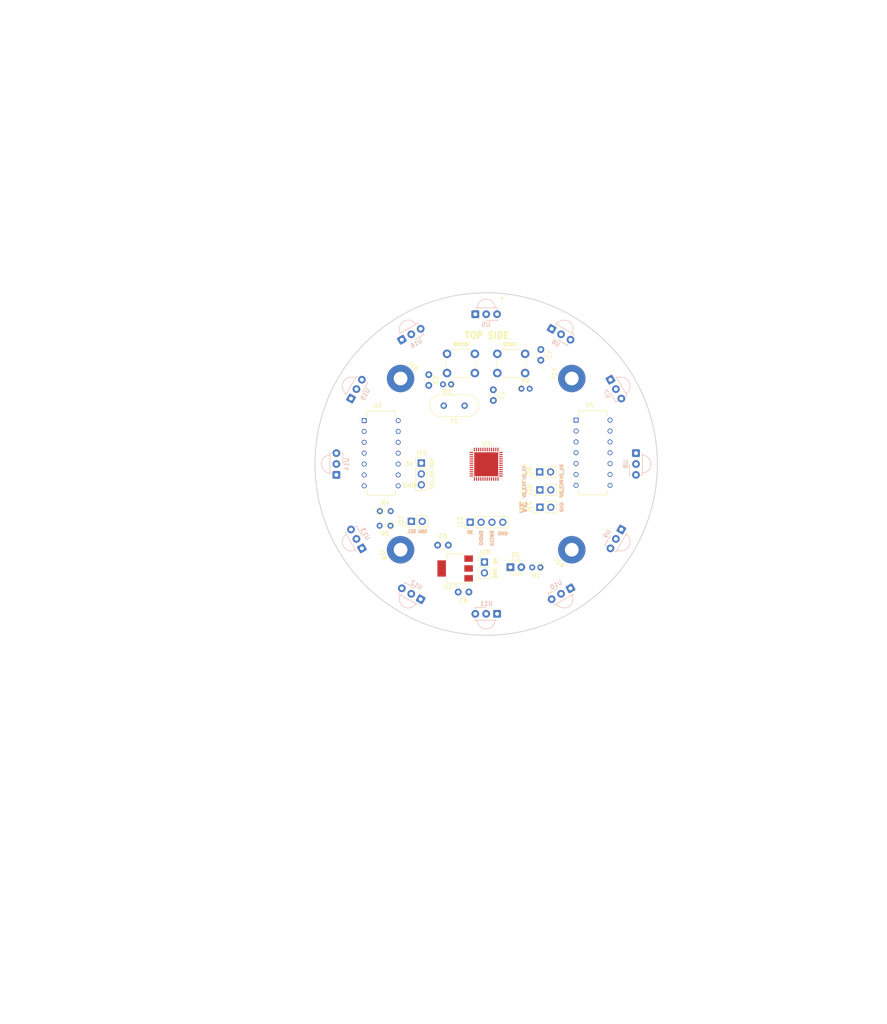
<source format=kicad_pcb>
(kicad_pcb (version 20221018) (generator pcbnew)
  (layers (0 "F.Cu" signal) (31 "B.Cu" signal) (34 "B.Paste" user) (35 "F.Paste" user) (36 "B.SilkS" user "B.Silkscreen") (37 "F.SilkS" user "F.Silkscreen") (38 "B.Mask" user) (39 "F.Mask" user) (44 "Edge.Cuts" user))
  (net 0 "")
  (net 1 "Net-(U3-PF0)")
  (net 2 "Net-(U3-PF1)")
  (net 3 "RESET")
  (net 4 "GND")
  (net 5 "+3.3V")
  (net 6 "OUT_GATE")
  (net 7 "Net-(J15-Pin_2)")
  (net 8 "Net-(U2-E)")
  (net 9 "Net-(D1-A)")
  (net 10 "I9")
  (net 11 "I10")
  (net 12 "I11")
  (net 13 "I12")
  (net 14 "TX")
  (net 15 "I1")
  (net 16 "BOOT0")
  (net 18 "RX")
  (net 19 "SCL")
  (net 20 "SDA")
  (net 21 "+5V")
  (net 22 "I2")
  (net 23 "I3")
  (net 24 "I4")
  (net 25 "I5")
  (net 26 "I6")
  (net 27 "I7")
  (net 28 "I8")
  (net 36 "LED0")
  (net 43 "SWDIO")
  (net 44 "SWCLK")
  (net 46 "TX3_5V")
  (net 47 "RX3_5V")
  (net 48 "TX_3V")
  (net 49 "RX_3V")
  (net 52 "Net-(U2-G)")
  (net 53 "Net-(U2-H)")
  (footprint "Resistor_THT:R_Axial_DIN0204_L3.6mm_D1.6mm_P2.54mm_Vertical" (layer "F.Cu") (at 79.248 111.404)
    (fp_text reference "R4" (at 1.27 -1.92) (layer "F.SilkS"))
    (fp_text value "4.7kR" hide)
    (fp_line (start 0.92 0) (end 1.54 0) (stroke (width 0.12)) (layer "F.SilkS"))
    (fp_circle (center 0 0) (end 0.92 0) (stroke (width 0.12)) (fill none) (layer "F.SilkS"))
    (pad "1" thru_hole circle (at 0 0) (size 1.4 1.4) (drill 0.7) (layers "*.Cu" "*.Mask") (net 5 "+3.3V"))
    (pad "2" thru_hole oval (at 2.54 0) (size 1.4 1.4) (drill 0.7) (layers "*.Cu" "*.Mask") (net 19 "SCL"))
  )
  (footprint "Connector_PinHeader_2.54mm:PinHeader_1x02_P2.54mm_Vertical" (layer "F.Cu") (at 116.661 110.494 90)
    (fp_text reference "J14" (at 0 -2.33 90) (layer "F.SilkS"))
    (fp_text value "Conn_01x02_Pin")
    (fp_line (start -1.33 -1.33) (end 0 -1.33) (stroke (width 0.12)) (layer "F.SilkS"))
    (fp_line (start -1.33 0) (end -1.33 -1.33) (stroke (width 0.12)) (layer "F.SilkS"))
    (fp_line (start -1.33 1.27) (end -1.33 3.87) (stroke (width 0.12)) (layer "F.SilkS"))
    (fp_line (start -1.33 1.27) (end 1.33 1.27) (stroke (width 0.12)) (layer "F.SilkS"))
    (fp_line (start -1.33 3.87) (end 1.33 3.87) (stroke (width 0.12)) (layer "F.SilkS"))
    (fp_line (start 1.33 1.27) (end 1.33 3.87) (stroke (width 0.12)) (layer "F.SilkS"))
    (pad "1" thru_hole rect (at 0 0 90) (size 1.7 1.7) (drill 1) (layers "*.Cu" "*.Mask") (net 5 "+3.3V"))
    (pad "2" thru_hole oval (at 0 2.54 90) (size 1.7 1.7) (drill 1) (layers "*.Cu" "*.Mask") (net 4 "GND"))
  )
  (footprint "Resistor_THT:R_Axial_DIN0204_L3.6mm_D1.6mm_P2.54mm_Vertical" (layer "F.Cu") (at 81.738 114.808 180)
    (fp_text reference "R5" (at 1.27 -1.92) (layer "F.SilkS"))
    (fp_text value "4.7kR")
    (fp_line (start 0.92 0) (end 1.54 0) (stroke (width 0.12)) (layer "F.SilkS"))
    (fp_circle (center 0 0) (end 0.92 0) (stroke (width 0.12)) (fill none) (layer "F.SilkS"))
    (pad "1" thru_hole circle (at 0 0 180) (size 1.4 1.4) (drill 0.7) (layers "*.Cu" "*.Mask") (net 20 "SDA"))
    (pad "2" thru_hole oval (at 2.54 0 180) (size 1.4 1.4) (drill 0.7) (layers "*.Cu" "*.Mask") (net 5 "+3.3V"))
  )
  (footprint "Connector_PinHeader_2.54mm:PinHeader_1x04_P2.54mm_Vertical" (layer "F.Cu") (at 100.36 114 90)
    (fp_text reference "J13" (at 0 -2.33 90) (layer "F.SilkS"))
    (fp_text value "Conn_01x04_Pin")
    (fp_line (start -1.33 -1.33) (end 0 -1.33) (stroke (width 0.12)) (layer "F.SilkS"))
    (fp_line (start -1.33 0) (end -1.33 -1.33) (stroke (width 0.12)) (layer "F.SilkS"))
    (fp_line (start -1.33 1.27) (end -1.33 8.95) (stroke (width 0.12)) (layer "F.SilkS"))
    (fp_line (start -1.33 1.27) (end 1.33 1.27) (stroke (width 0.12)) (layer "F.SilkS"))
    (fp_line (start -1.33 8.95) (end 1.33 8.95) (stroke (width 0.12)) (layer "F.SilkS"))
    (fp_line (start 1.33 1.27) (end 1.33 8.95) (stroke (width 0.12)) (layer "F.SilkS"))
    (pad "1" thru_hole rect (at 0 0 90) (size 1.7 1.7) (drill 1) (layers "*.Cu" "*.Mask") (net 5 "+3.3V"))
    (pad "2" thru_hole oval (at 0 2.54 90) (size 1.7 1.7) (drill 1) (layers "*.Cu" "*.Mask") (net 43 "SWDIO"))
    (pad "3" thru_hole oval (at 0 5.08 90) (size 1.7 1.7) (drill 1) (layers "*.Cu" "*.Mask") (net 44 "SWCLK"))
    (pad "4" thru_hole oval (at 0 7.62 90) (size 1.7 1.7) (drill 1) (layers "*.Cu" "*.Mask") (net 4 "GND"))
  )
  (footprint "Package_DFN_QFN:QFN-48-1EP_7x7mm_P0.5mm_EP5.6x5.6mm" (layer "F.Cu") (at 104.09 100.45)
    (fp_text reference "U3" (at 0 -4.82) (layer "F.SilkS"))
    (fp_text value "STM32G431CBUx")
    (fp_line (start -3.61 3.61) (end -3.61 3.135) (stroke (width 0.12)) (layer "F.SilkS"))
    (fp_line (start -3.135 -3.61) (end -3.61 -3.61) (stroke (width 0.12)) (layer "F.SilkS"))
    (fp_line (start -3.135 3.61) (end -3.61 3.61) (stroke (width 0.12)) (layer "F.SilkS"))
    (fp_line (start 3.135 -3.61) (end 3.61 -3.61) (stroke (width 0.12)) (layer "F.SilkS"))
    (fp_line (start 3.135 3.61) (end 3.61 3.61) (stroke (width 0.12)) (layer "F.SilkS"))
    (fp_line (start 3.61 -3.61) (end 3.61 -3.135) (stroke (width 0.12)) (layer "F.SilkS"))
    (fp_line (start 3.61 3.61) (end 3.61 3.135) (stroke (width 0.12)) (layer "F.SilkS"))
    (pad "1" smd roundrect (at -3.4375 -2.75) (size 0.875 0.25) (layers "F.Cu" "F.Paste" "F.Mask") (net 5 "+3.3V"))
    (pad "2" smd roundrect (at -3.4375 -2.25) (size 0.875 0.25) (layers "F.Cu" "F.Paste" "F.Mask") (net 36 "LED0"))
    (pad "3" smd roundrect (at -3.4375 -1.75) (size 0.875 0.25) (layers "F.Cu" "F.Paste" "F.Mask"))
    (pad "4" smd roundrect (at -3.4375 -1.25) (size 0.875 0.25) (layers "F.Cu" "F.Paste" "F.Mask"))
    (pad "5" smd roundrect (at -3.4375 -0.75) (size 0.875 0.25) (layers "F.Cu" "F.Paste" "F.Mask") (net 1 "Net-(U3-PF0)"))
    (pad "6" smd roundrect (at -3.4375 -0.25) (size 0.875 0.25) (layers "F.Cu" "F.Paste" "F.Mask") (net 2 "Net-(U3-PF1)"))
    (pad "7" smd roundrect (at -3.4375 0.25) (size 0.875 0.25) (layers "F.Cu" "F.Paste" "F.Mask") (net 3 "RESET"))
    (pad "8" smd roundrect (at -3.4375 0.75) (size 0.875 0.25) (layers "F.Cu" "F.Paste" "F.Mask"))
    (pad "9" smd roundrect (at -3.4375 1.25) (size 0.875 0.25) (layers "F.Cu" "F.Paste" "F.Mask"))
    (pad "10" smd roundrect (at -3.4375 1.75) (size 0.875 0.25) (layers "F.Cu" "F.Paste" "F.Mask") (net 14 "TX"))
    (pad "11" smd roundrect (at -3.4375 2.25) (size 0.875 0.25) (layers "F.Cu" "F.Paste" "F.Mask") (net 18 "RX"))
    (pad "12" smd roundrect (at -3.4375 2.75) (size 0.875 0.25) (layers "F.Cu" "F.Paste" "F.Mask"))
    (pad "13" smd roundrect (at -2.75 3.4375) (size 0.25 0.875) (layers "F.Cu" "F.Paste" "F.Mask"))
    (pad "14" smd roundrect (at -2.25 3.4375) (size 0.25 0.875) (layers "F.Cu" "F.Paste" "F.Mask"))
    (pad "15" smd roundrect (at -1.75 3.4375) (size 0.25 0.875) (layers "F.Cu" "F.Paste" "F.Mask"))
    (pad "16" smd roundrect (at -1.25 3.4375) (size 0.25 0.875) (layers "F.Cu" "F.Paste" "F.Mask"))
    (pad "17" smd roundrect (at -0.75 3.4375) (size 0.25 0.875) (layers "F.Cu" "F.Paste" "F.Mask") (net 15 "I1"))
    (pad "18" smd roundrect (at -0.25 3.4375) (size 0.25 0.875) (layers "F.Cu" "F.Paste" "F.Mask") (net 22 "I2"))
    (pad "19" smd roundrect (at 0.25 3.4375) (size 0.25 0.875) (layers "F.Cu" "F.Paste" "F.Mask") (net 23 "I3"))
    (pad "20" smd roundrect (at 0.75 3.4375) (size 0.25 0.875) (layers "F.Cu" "F.Paste" "F.Mask"))
    (pad "21" smd roundrect (at 1.25 3.4375) (size 0.25 0.875) (layers "F.Cu" "F.Paste" "F.Mask") (net 5 "+3.3V"))
    (pad "22" smd roundrect (at 1.75 3.4375) (size 0.25 0.875) (layers "F.Cu" "F.Paste" "F.Mask") (net 11 "I10"))
    (pad "23" smd roundrect (at 2.25 3.4375) (size 0.25 0.875) (layers "F.Cu" "F.Paste" "F.Mask") (net 5 "+3.3V"))
    (pad "24" smd roundrect (at 2.75 3.4375) (size 0.25 0.875) (layers "F.Cu" "F.Paste" "F.Mask") (net 12 "I11"))
    (pad "25" smd roundrect (at 3.4375 2.75) (size 0.875 0.25) (layers "F.Cu" "F.Paste" "F.Mask") (net 13 "I12"))
    (pad "26" smd roundrect (at 3.4375 2.25) (size 0.875 0.25) (layers "F.Cu" "F.Paste" "F.Mask"))
    (pad "27" smd roundrect (at 3.4375 1.75) (size 0.875 0.25) (layers "F.Cu" "F.Paste" "F.Mask"))
    (pad "28" smd roundrect (at 3.4375 1.25) (size 0.875 0.25) (layers "F.Cu" "F.Paste" "F.Mask"))
    (pad "29" smd roundrect (at 3.4375 0.75) (size 0.875 0.25) (layers "F.Cu" "F.Paste" "F.Mask") (net 6 "OUT_GATE"))
    (pad "30" smd roundrect (at 3.4375 0.25) (size 0.875 0.25) (layers "F.Cu" "F.Paste" "F.Mask") (net 20 "SDA"))
    (pad "31" smd roundrect (at 3.4375 -0.25) (size 0.875 0.25) (layers "F.Cu" "F.Paste" "F.Mask") (net 19 "SCL"))
    (pad "32" smd roundrect (at 3.4375 -0.75) (size 0.875 0.25) (layers "F.Cu" "F.Paste" "F.Mask"))
    (pad "33" smd roundrect (at 3.4375 -1.25) (size 0.875 0.25) (layers "F.Cu" "F.Paste" "F.Mask"))
    (pad "34" smd roundrect (at 3.4375 -1.75) (size 0.875 0.25) (layers "F.Cu" "F.Paste" "F.Mask"))
    (pad "35" smd roundrect (at 3.4375 -2.25) (size 0.875 0.25) (layers "F.Cu" "F.Paste" "F.Mask") (net 5 "+3.3V"))
    (pad "36" smd roundrect (at 3.4375 -2.75) (size 0.875 0.25) (layers "F.Cu" "F.Paste" "F.Mask") (net 43 "SWDIO"))
    (pad "37" smd roundrect (at 2.75 -3.4375) (size 0.25 0.875) (layers "F.Cu" "F.Paste" "F.Mask") (net 44 "SWCLK"))
    (pad "38" smd roundrect (at 2.25 -3.4375) (size 0.25 0.875) (layers "F.Cu" "F.Paste" "F.Mask"))
    (pad "39" smd roundrect (at 1.75 -3.4375) (size 0.25 0.875) (layers "F.Cu" "F.Paste" "F.Mask") (net 46 "TX3_5V"))
    (pad "40" smd roundrect (at 1.25 -3.4375) (size 0.25 0.875) (layers "F.Cu" "F.Paste" "F.Mask") (net 47 "RX3_5V"))
    (pad "41" smd roundrect (at 0.75 -3.4375) (size 0.25 0.875) (layers "F.Cu" "F.Paste" "F.Mask") (net 24 "I4"))
    (pad "42" smd roundrect (at 0.25 -3.4375) (size 0.25 0.875) (layers "F.Cu" "F.Paste" "F.Mask") (net 25 "I5"))
    (pad "43" smd roundrect (at -0.25 -3.4375) (size 0.25 0.875) (layers "F.Cu" "F.Paste" "F.Mask") (net 26 "I6"))
    (pad "44" smd roundrect (at -0.75 -3.4375) (size 0.25 0.875) (layers "F.Cu" "F.Paste" "F.Mask") (net 27 "I7"))
    (pad "45" smd roundrect (at -1.25 -3.4375) (size 0.25 0.875) (layers "F.Cu" "F.Paste" "F.Mask") (net 28 "I8"))
    (pad "46" smd roundrect (at -1.75 -3.4375) (size 0.25 0.875) (layers "F.Cu" "F.Paste" "F.Mask") (net 16 "BOOT0"))
    (pad "47" smd roundrect (at -2.25 -3.4375) (size 0.25 0.875) (layers "F.Cu" "F.Paste" "F.Mask") (net 10 "I9"))
    (pad "48" smd roundrect (at -2.75 -3.4375) (size 0.25 0.875) (layers "F.Cu" "F.Paste" "F.Mask") (net 5 "+3.3V"))
    (pad "49" smd rect (at 0 0) (size 5.6 5.6) (layers "F.Cu" "F.Mask") (net 4 "GND"))
  )
  (footprint "Capacitor_THT:C_Disc_D3.0mm_W1.6mm_P2.50mm" (layer "F.Cu") (at 90.678 79.522 -90)
    (fp_text reference "C2" (at 1.25 -1.778 -90) (layer "F.SilkS"))
    (fp_text value "10pF")
    (fp_line (start 0.621 -0.92) (end 1.879 -0.92) (stroke (width 0.12)) (layer "F.SilkS"))
    (fp_line (start 0.621 0.92) (end 1.879 0.92) (stroke (width 0.12)) (layer "F.SilkS"))
    (pad "1" thru_hole circle (at 0 0 270) (size 1.6 1.6) (drill 0.8) (layers "*.Cu" "*.Mask") (net 4 "GND"))
    (pad "2" thru_hole circle (at 2.5 0 270) (size 1.6 1.6) (drill 0.8) (layers "*.Cu" "*.Mask") (net 2 "Net-(U3-PF1)"))
  )
  (footprint "CD70xx:DIP794W45P254L1969H508Q14" (layer "F.Cu") (at 79.56 97.87)
    (fp_text reference "U2" (at -0.825 -11.135) (layer "F.SilkS"))
    (fp_text value "CD4012")
    (fp_line (start -3.3 -9.845) (end 3.3 -9.845) (stroke (width 0.127)) (layer "F.SilkS"))
    (fp_line (start -3.3 -8.525) (end -3.3 -9.845) (stroke (width 0.127)) (layer "F.SilkS"))
    (fp_line (start -3.3 9.845) (end -3.3 8.525) (stroke (width 0.127)) (layer "F.SilkS"))
    (fp_line (start 3.3 -9.845) (end 3.3 -8.525) (stroke (width 0.127)) (layer "F.SilkS"))
    (fp_line (start 3.3 8.525) (end 3.3 9.845) (stroke (width 0.127)) (layer "F.SilkS"))
    (fp_line (start 3.3 9.845) (end -3.3 9.845) (stroke (width 0.127)) (layer "F.SilkS"))
    (fp_circle (center -5.055 -7.62) (end -4.955 -7.62) (stroke (width 0.2)) (fill none) (layer "F.SilkS"))
    (pad "1" thru_hole rect (at -3.97 -7.62) (size 1.17 1.17) (drill 0.77) (layers "*.Cu" "*.Mask") (net 8 "Net-(U2-E)"))
    (pad "2" thru_hole circle (at -3.97 -5.08) (size 1.17 1.17) (drill 0.77) (layers "*.Cu" "*.Mask") (net 10 "I9"))
    (pad "3" thru_hole circle (at -3.97 -2.54) (size 1.17 1.17) (drill 0.77) (layers "*.Cu" "*.Mask") (net 11 "I10"))
    (pad "4" thru_hole circle (at -3.97 0) (size 1.17 1.17) (drill 0.77) (layers "*.Cu" "*.Mask") (net 12 "I11"))
    (pad "5" thru_hole circle (at -3.97 2.54) (size 1.17 1.17) (drill 0.77) (layers "*.Cu" "*.Mask") (net 13 "I12"))
    (pad "6" thru_hole circle (at -3.97 5.08) (size 1.17 1.17) (drill 0.77) (layers "*.Cu" "*.Mask"))
    (pad "7" thru_hole circle (at -3.97 7.62) (size 1.17 1.17) (drill 0.77) (layers "*.Cu" "*.Mask") (net 4 "GND"))
    (pad "8" thru_hole circle (at 3.97 7.62) (size 1.17 1.17) (drill 0.77) (layers "*.Cu" "*.Mask"))
    (pad "9" thru_hole circle (at 3.97 5.08) (size 1.17 1.17) (drill 0.77) (layers "*.Cu" "*.Mask") (net 8 "Net-(U2-E)"))
    (pad "10" thru_hole circle (at 3.97 2.54) (size 1.17 1.17) (drill 0.77) (layers "*.Cu" "*.Mask") (net 7 "Net-(J15-Pin_2)"))
    (pad "11" thru_hole circle (at 3.97 0) (size 1.17 1.17) (drill 0.77) (layers "*.Cu" "*.Mask") (net 52 "Net-(U2-G)"))
    (pad "12" thru_hole circle (at 3.97 -2.54) (size 1.17 1.17) (drill 0.77) (layers "*.Cu" "*.Mask") (net 53 "Net-(U2-H)"))
    (pad "13" thru_hole circle (at 3.97 -5.08) (size 1.17 1.17) (drill 0.77) (layers "*.Cu" "*.Mask") (net 6 "OUT_GATE"))
    (pad "14" thru_hole circle (at 3.97 -7.62) (size 1.17 1.17) (drill 0.77) (layers "*.Cu" "*.Mask") (net 5 "+3.3V"))
  )
  (footprint "Connector_PinHeader_2.54mm:PinHeader_1x02_P2.54mm_Vertical" (layer "F.Cu") (at 103.69 123.3)
    (fp_text reference "J28" (at 0 -2.33) (layer "F.SilkS"))
    (fp_text value "Conn_01x02_Pin")
    (fp_line (start -1.33 -1.33) (end 0 -1.33) (stroke (width 0.12)) (layer "F.SilkS"))
    (fp_line (start -1.33 0) (end -1.33 -1.33) (stroke (width 0.12)) (layer "F.SilkS"))
    (fp_line (start -1.33 1.27) (end -1.33 3.87) (stroke (width 0.12)) (layer "F.SilkS"))
    (fp_line (start -1.33 1.27) (end 1.33 1.27) (stroke (width 0.12)) (layer "F.SilkS"))
    (fp_line (start -1.33 3.87) (end 1.33 3.87) (stroke (width 0.12)) (layer "F.SilkS"))
    (fp_line (start 1.33 1.27) (end 1.33 3.87) (stroke (width 0.12)) (layer "F.SilkS"))
    (pad "1" thru_hole rect (at 0 0) (size 1.7 1.7) (drill 1) (layers "*.Cu" "*.Mask") (net 21 "+5V"))
    (pad "2" thru_hole oval (at 0 2.54) (size 1.7 1.7) (drill 1) (layers "*.Cu" "*.Mask") (net 4 "GND"))
  )
  (footprint "Capacitor_THT:C_Disc_D3.0mm_W1.6mm_P2.50mm" (layer "F.Cu") (at 105.756 83.052 -90)
    (fp_text reference "C1" (at 1.25 -2.05 -90) (layer "F.SilkS"))
    (fp_text value "10pF")
    (fp_line (start 0.621 -0.92) (end 1.879 -0.92) (stroke (width 0.12)) (layer "F.SilkS"))
    (fp_line (start 0.621 0.92) (end 1.879 0.92) (stroke (width 0.12)) (layer "F.SilkS"))
    (pad "1" thru_hole circle (at 0 0 270) (size 1.6 1.6) (drill 0.8) (layers "*.Cu" "*.Mask") (net 4 "GND"))
    (pad "2" thru_hole circle (at 2.5 0 270) (size 1.6 1.6) (drill 0.8) (layers "*.Cu" "*.Mask") (net 1 "Net-(U3-PF0)"))
  )
  (footprint "Package_TO_SOT_SMD:SOT-223-3_TabPin2" (layer "F.Cu") (at 96.84 124.8 180)
    (fp_text reference "U17" (at 1.082 -4.232) (layer "F.SilkS"))
    (fp_text value "AMS1117-3.3")
    (fp_line (start -4.1 -3.41) (end 1.91 -3.41) (stroke (width 0.12)) (layer "F.SilkS"))
    (fp_line (start -1.85 3.41) (end 1.91 3.41) (stroke (width 0.12)) (layer "F.SilkS"))
    (fp_line (start 1.91 -3.41) (end 1.91 -2.15) (stroke (width 0.12)) (layer "F.SilkS"))
    (fp_line (start 1.91 3.41) (end 1.91 2.15) (stroke (width 0.12)) (layer "F.SilkS"))
    (pad "1" smd rect (at -3.15 -2.3 180) (size 2 1.5) (layers "F.Cu" "F.Paste" "F.Mask") (net 4 "GND"))
    (pad "2" smd rect (at -3.15 0 180) (size 2 1.5) (layers "F.Cu" "F.Paste" "F.Mask") (net 5 "+3.3V"))
    (pad "2" smd rect (at 3.15 0 180) (size 2 3.8) (layers "F.Cu" "F.Paste" "F.Mask") (net 5 "+3.3V"))
    (pad "3" smd rect (at -3.15 2.3 180) (size 2 1.5) (layers "F.Cu" "F.Paste" "F.Mask") (net 21 "+5V"))
  )
  (footprint "Capacitor_THT:C_Disc_D3.0mm_W1.6mm_P2.50mm" (layer "F.Cu") (at 92.75 119.35)
    (fp_text reference "C5" (at 1.25 -2.05) (layer "F.SilkS"))
    (fp_text value "10uF")
    (fp_line (start 0.621 -0.92) (end 1.879 -0.92) (stroke (width 0.12)) (layer "F.SilkS"))
    (fp_line (start 0.621 0.92) (end 1.879 0.92) (stroke (width 0.12)) (layer "F.SilkS"))
    (pad "1" thru_hole circle (at 0 0) (size 1.6 1.6) (drill 0.8) (layers "*.Cu" "*.Mask") (net 4 "GND"))
    (pad "2" thru_hole circle (at 2.5 0) (size 1.6 1.6) (drill 0.8) (layers "*.Cu" "*.Mask") (net 21 "+5V"))
  )
  (footprint "Capacitor_THT:C_Disc_D3.0mm_W1.6mm_P2.50mm" (layer "F.Cu") (at 100.05 130.3 180)
    (fp_text reference "C6" (at 1.25 -2.05 180) (layer "F.SilkS"))
    (fp_text value "10uF")
    (fp_line (start 0.621 -0.92) (end 1.879 -0.92) (stroke (width 0.12)) (layer "F.SilkS"))
    (fp_line (start 0.621 0.92) (end 1.879 0.92) (stroke (width 0.12)) (layer "F.SilkS"))
    (pad "1" thru_hole circle (at 0 0 180) (size 1.6 1.6) (drill 0.8) (layers "*.Cu" "*.Mask") (net 4 "GND"))
    (pad "2" thru_hole circle (at 2.5 0 180) (size 1.6 1.6) (drill 0.8) (layers "*.Cu" "*.Mask") (net 5 "+3.3V"))
  )
  (footprint "Resistor_THT:R_Axial_DIN0204_L3.6mm_D1.6mm_P1.90mm_Vertical" (layer "F.Cu") (at 116.75 124.55 180)
    (fp_text reference "R1" (at 0.95 -1.92) (layer "F.SilkS"))
    (fp_text value "330R")
    (fp_arc (start 0.320095 0.749359) (mid -0.813042 -0.054435) (end 0.417133 -0.7) (stroke (width 0.12)) (layer "F.SilkS"))
    (pad "1" thru_hole circle (at 0 0 180) (size 1.4 1.4) (drill 0.7) (layers "*.Cu" "*.Mask") (net 5 "+3.3V"))
    (pad "2" thru_hole oval (at 1.9 0 180) (size 1.4 1.4) (drill 0.7) (layers "*.Cu" "*.Mask") (net 9 "Net-(D1-A)"))
  )
  (footprint "MountingHole:MountingHole_3.2mm_M3_Pad" (layer "F.Cu") (at 84.09 80.425 -45)
    (fp_text reference "J16" (at 0 -4.199999 135) (layer "F.SilkS"))
    (fp_text value "G")
    (pad "1" thru_hole circle (at 0 0 315) (size 6.4 6.4) (drill 3.2) (layers "*.Cu" "*.Mask"))
  )
  (footprint "Capacitor_THT:C_Disc_D3.0mm_W1.6mm_P2.50mm" (layer "F.Cu") (at 116.856 73.652 -90)
    (fp_text reference "C7" (at 1.25 -2.05 -90) (layer "F.SilkS"))
    (fp_text value "100nF")
    (fp_line (start 0.621 -0.92) (end 1.879 -0.92) (stroke (width 0.12)) (layer "F.SilkS"))
    (fp_line (start 0.621 0.92) (end 1.879 0.92) (stroke (width 0.12)) (layer "F.SilkS"))
    (pad "1" thru_hole circle (at 0 0 270) (size 1.6 1.6) (drill 0.8) (layers "*.Cu" "*.Mask") (net 4 "GND"))
    (pad "2" thru_hole circle (at 2.5 0 270) (size 1.6 1.6) (drill 0.8) (layers "*.Cu" "*.Mask") (net 3 "RESET"))
  )
  (footprint "Connector_PinHeader_2.54mm:PinHeader_1x02_P2.54mm_Vertical" (layer "F.Cu") (at 86.614 113.792 90)
    (fp_text reference "J27" (at 0 -2.33 90) (layer "F.SilkS"))
    (fp_text value "Conn_01x02_Pin")
    (fp_line (start -1.33 -1.33) (end 0 -1.33) (stroke (width 0.12)) (layer "F.SilkS"))
    (fp_line (start -1.33 0) (end -1.33 -1.33) (stroke (width 0.12)) (layer "F.SilkS"))
    (fp_line (start -1.33 1.27) (end -1.33 3.87) (stroke (width 0.12)) (layer "F.SilkS"))
    (fp_line (start -1.33 1.27) (end 1.33 1.27) (stroke (width 0.12)) (layer "F.SilkS"))
    (fp_line (start -1.33 3.87) (end 1.33 3.87) (stroke (width 0.12)) (layer "F.SilkS"))
    (fp_line (start 1.33 1.27) (end 1.33 3.87) (stroke (width 0.12)) (layer "F.SilkS"))
    (pad "1" thru_hole rect (at 0 0 90) (size 1.7 1.7) (drill 1) (layers "*.Cu" "*.Mask") (net 19 "SCL"))
    (pad "2" thru_hole oval (at 0 2.54 90) (size 1.7 1.7) (drill 1) (layers "*.Cu" "*.Mask") (net 20 "SDA"))
  )
  (footprint "MountingHole:MountingHole_3.2mm_M3_Pad" (layer "F.Cu") (at 124.09 80.425 75)
    (fp_text reference "J17" (at 0 -4.2 255) (layer "F.SilkS"))
    (fp_text value "G")
    (pad "1" thru_hole circle (at 0 0 75) (size 6.4 6.4) (drill 3.2) (layers "*.Cu" "*.Mask"))
  )
  (footprint "Resistor_THT:R_Axial_DIN0204_L3.6mm_D1.6mm_P1.90mm_Vertical" (layer "F.Cu") (at 112.346 82.802)
    (fp_text reference "R2" (at 0.95 -1.92) (layer "F.SilkS"))
    (fp_text value "10kR")
    (fp_arc (start 0.320095 0.749359) (mid -0.813042 -0.054435) (end 0.417133 -0.7) (stroke (width 0.12)) (layer "F.SilkS"))
    (pad "1" thru_hole circle (at 0 0) (size 1.4 1.4) (drill 0.7) (layers "*.Cu" "*.Mask") (net 5 "+3.3V"))
    (pad "2" thru_hole oval (at 1.9 0) (size 1.4 1.4) (drill 0.7) (layers "*.Cu" "*.Mask") (net 3 "RESET"))
  )
  (footprint "Button_Switch_THT:SW_PUSH_6mm" (layer "F.Cu") (at 101.446 79.152 180)
    (fp_text reference "SW2" hide)
    (fp_text value "SW_Push")
    (fp_line (start -0.25 1.5) (end -0.25 3) (stroke (width 0.12)) (layer "F.SilkS"))
    (fp_line (start 1 5.5) (end 5.5 5.5) (stroke (width 0.12)) (layer "F.SilkS"))
    (fp_line (start 5.5 -1) (end 1 -1) (stroke (width 0.12)) (layer "F.SilkS"))
    (fp_line (start 6.75 3) (end 6.75 1.5) (stroke (width 0.12)) (layer "F.SilkS"))
    (pad "1" thru_hole circle (at 0 0 270) (size 2 2) (drill 1.1) (layers "*.Cu" "*.Mask") (net 16 "BOOT0"))
    (pad "1" thru_hole circle (at 6.5 0 270) (size 2 2) (drill 1.1) (layers "*.Cu" "*.Mask") (net 16 "BOOT0"))
    (pad "2" thru_hole circle (at 0 4.5 270) (size 2 2) (drill 1.1) (layers "*.Cu" "*.Mask") (net 4 "GND"))
    (pad "2" thru_hole circle (at 6.5 4.5 270) (size 2 2) (drill 1.1) (layers "*.Cu" "*.Mask") (net 4 "GND"))
  )
  (footprint "Connector_PinHeader_2.54mm:PinHeader_1x02_P2.54mm_Vertical" (layer "F.Cu") (at 116.646 106.444 90)
    (fp_text reference "J20" (at 0 -2.33 90) (layer "F.SilkS"))
    (fp_text value "Conn_01x02_Pin")
    (fp_line (start -1.33 -1.33) (end 0 -1.33) (stroke (width 0.12)) (layer "F.SilkS"))
    (fp_line (start -1.33 0) (end -1.33 -1.33) (stroke (width 0.12)) (layer "F.SilkS"))
    (fp_line (start -1.33 1.27) (end -1.33 3.87) (stroke (width 0.12)) (layer "F.SilkS"))
    (fp_line (start -1.33 1.27) (end 1.33 1.27) (stroke (width 0.12)) (layer "F.SilkS"))
    (fp_line (start -1.33 3.87) (end 1.33 3.87) (stroke (width 0.12)) (layer "F.SilkS"))
    (fp_line (start 1.33 1.27) (end 1.33 3.87) (stroke (width 0.12)) (layer "F.SilkS"))
    (pad "1" thru_hole rect (at 0 0 90) (size 1.7 1.7) (drill 1) (layers "*.Cu" "*.Mask") (net 46 "TX3_5V"))
    (pad "2" thru_hole oval (at 0 2.54 90) (size 1.7 1.7) (drill 1) (layers "*.Cu" "*.Mask") (net 47 "RX3_5V"))
  )
  (footprint "MountingHole:MountingHole_3.2mm_M3_Pad" (layer "F.Cu") (at 124.09 120.425 135)
    (fp_text reference "J19" (at 0 -4.199999 315) (layer "F.SilkS"))
    (fp_text value "G")
    (pad "1" thru_hole circle (at 0 0 135) (size 6.4 6.4) (drill 3.2) (layers "*.Cu" "*.Mask"))
  )
  (footprint "Connector_PinHeader_2.54mm:PinHeader_1x03_P2.54mm_Vertical" (layer "F.Cu") (at 88.94 100.17)
    (fp_text reference "J15" (at 0 -2.33) (layer "F.SilkS"))
    (fp_text value "SEL_VOLTAGE" (at 2.5 2.446 90) (layer "F.SilkS") (effects (font (size 0.75 0.75))))
    (fp_line (start -1.33 -1.33) (end 0 -1.33) (stroke (width 0.12)) (layer "F.SilkS"))
    (fp_line (start -1.33 0) (end -1.33 -1.33) (stroke (width 0.12)) (layer "F.SilkS"))
    (fp_line (start -1.33 1.27) (end -1.33 6.41) (stroke (width 0.12)) (layer "F.SilkS"))
    (fp_line (start -1.33 1.27) (end 1.33 1.27) (stroke (width 0.12)) (layer "F.SilkS"))
    (fp_line (start -1.33 6.41) (end 1.33 6.41) (stroke (width 0.12)) (layer "F.SilkS"))
    (fp_line (start 1.33 1.27) (end 1.33 6.41) (stroke (width 0.12)) (layer "F.SilkS"))
    (pad "1" thru_hole rect (at 0 0) (size 1.7 1.7) (drill 1) (layers "*.Cu" "*.Mask") (net 5 "+3.3V"))
    (pad "2" thru_hole oval (at 0 2.54) (size 1.7 1.7) (drill 1) (layers "*.Cu" "*.Mask") (net 7 "Net-(J15-Pin_2)"))
    (pad "3" thru_hole oval (at 0 5.08) (size 1.7 1.7) (drill 1) (layers "*.Cu" "*.Mask") (net 4 "GND"))
  )
  (footprint "Crystal:Crystal_HC49-4H_Vertical" (layer "F.Cu") (at 99.058 86.774 180)
    (fp_text reference "Y1" (at 2.44 -3.525) (layer "F.SilkS"))
    (fp_text value "Crystal")
    (fp_line (start -0.76 -2.525) (end 5.64 -2.525) (stroke (width 0.12)) (layer "F.SilkS"))
    (fp_line (start -0.76 2.525) (end 5.64 2.525) (stroke (width 0.12)) (layer "F.SilkS"))
    (fp_arc (start -0.76 2.525) (mid -3.285 0) (end -0.76 -2.525) (stroke (width 0.12)) (layer "F.SilkS"))
    (fp_arc (start 5.64 -2.525) (mid 8.165 0) (end 5.64 2.525) (stroke (width 0.12)) (layer "F.SilkS"))
    (pad "1" thru_hole circle (at 0 0 180) (size 1.5 1.5) (drill 0.8) (layers "*.Cu" "*.Mask") (net 1 "Net-(U3-PF0)"))
    (pad "2" thru_hole circle (at 4.88 0 180) (size 1.5 1.5) (drill 0.8) (layers "*.Cu" "*.Mask") (net 2 "Net-(U3-PF1)"))
  )
  (footprint "LED_THT:LED_D3.0mm" (layer "F.Cu") (at 109.755 124.5)
    (fp_text reference "D1" (at 1.27 -2.96) (layer "F.SilkS"))
    (fp_text value "LED")
    (fp_line (start -0.29 -1.236) (end -0.29 -1.08) (stroke (width 0.12)) (layer "F.SilkS"))
    (fp_line (start -0.29 1.08) (end -0.29 1.236) (stroke (width 0.12)) (layer "F.SilkS"))
    (fp_arc (start -0.29 -1.235516) (mid 1.366487 -1.987659) (end 2.942335 -1.078608) (stroke (width 0.12)) (layer "F.SilkS"))
    (fp_arc (start 0.229039 -1.08) (mid 1.270117 -1.5) (end 2.31113 -1.079837) (stroke (width 0.12)) (layer "F.SilkS"))
    (fp_arc (start 2.31113 1.079837) (mid 1.270117 1.5) (end 0.229039 1.08) (stroke (width 0.12)) (layer "F.SilkS"))
    (fp_arc (start 2.942335 1.078608) (mid 1.366487 1.987659) (end -0.29 1.235516) (stroke (width 0.12)) (layer "F.SilkS"))
    (pad "1" thru_hole rect (at 0 0) (size 1.8 1.8) (drill 0.9) (layers "*.Cu" "*.Mask") (net 4 "GND"))
    (pad "2" thru_hole circle (at 2.54 0) (size 1.8 1.8) (drill 0.9) (layers "*.Cu" "*.Mask") (net 9 "Net-(D1-A)"))
  )
  (footprint "MountingHole:MountingHole_3.2mm_M3_Pad" (layer "F.Cu") (at 84.09 120.425 105)
    (fp_text reference "J18" (at 0.000001 -4.199999 285) (layer "F.SilkS"))
    (fp_text value "G")
    (pad "1" thru_hole circle (at 0 0 105) (size 6.4 6.4) (drill 3.2) (layers "*.Cu" "*.Mask"))
  )
  (footprint "CD70xx:DIP794W45P254L1969H508Q14" (layer "F.Cu") (at 129.06 97.77)
    (fp_text reference "U4" (at -0.825 -11.135) (layer "F.SilkS"))
    (fp_text value "CD4012B")
    (fp_line (start -3.3 -9.845) (end 3.3 -9.845) (stroke (width 0.127)) (layer "F.SilkS"))
    (fp_line (start -3.3 -8.525) (end -3.3 -9.845) (stroke (width 0.127)) (layer "F.SilkS"))
    (fp_line (start -3.3 9.845) (end -3.3 8.525) (stroke (width 0.127)) (layer "F.SilkS"))
    (fp_line (start 3.3 -9.845) (end 3.3 -8.525) (stroke (width 0.127)) (layer "F.SilkS"))
    (fp_line (start 3.3 8.525) (end 3.3 9.845) (stroke (width 0.127)) (layer "F.SilkS"))
    (fp_line (start 3.3 9.845) (end -3.3 9.845) (stroke (width 0.127)) (layer "F.SilkS"))
    (fp_circle (center -5.055 -7.62) (end -4.955 -7.62) (stroke (width 0.2)) (fill none) (layer "F.SilkS"))
    (pad "1" thru_hole rect (at -3.97 -7.62) (size 1.17 1.17) (drill 0.77) (layers "*.Cu" "*.Mask") (net 52 "Net-(U2-G)"))
    (pad "2" thru_hole circle (at -3.97 -5.08) (size 1.17 1.17) (drill 0.77) (layers "*.Cu" "*.Mask") (net 15 "I1"))
    (pad "3" thru_hole circle (at -3.97 -2.54) (size 1.17 1.17) (drill 0.77) (layers "*.Cu" "*.Mask") (net 22 "I2"))
    (pad "4" thru_hole circle (at -3.97 0) (size 1.17 1.17) (drill 0.77) (layers "*.Cu" "*.Mask") (net 23 "I3"))
    (pad "5" thru_hole circle (at -3.97 2.54) (size 1.17 1.17) (drill 0.77) (layers "*.Cu" "*.Mask") (net 24 "I4"))
    (pad "6" thru_hole circle (at -3.97 5.08) (size 1.17 1.17) (drill 0.77) (layers "*.Cu" "*.Mask"))
    (pad "7" thru_hole circle (at -3.97 7.62) (size 1.17 1.17) (drill 0.77) (layers "*.Cu" "*.Mask") (net 4 "GND"))
    (pad "8" thru_hole circle (at 3.97 7.62) (size 1.17 1.17) (drill 0.77) (layers "*.Cu" "*.Mask"))
    (pad "9" thru_hole circle (at 3.97 5.08) (size 1.17 1.17) (drill 0.77) (layers "*.Cu" "*.Mask") (net 25 "I5"))
    (pad "10" thru_hole circle (at 3.97 2.54) (size 1.17 1.17) (drill 0.77) (layers "*.Cu" "*.Mask") (net 26 "I6"))
    (pad "11" thru_hole circle (at 3.97 0) (size 1.17 1.17) (drill 0.77) (layers "*.Cu" "*.Mask") (net 27 "I7"))
    (pad "12" thru_hole circle (at 3.97 -2.54) (size 1.17 1.17) (drill 0.77) (layers "*.Cu" "*.Mask") (net 28 "I8"))
    (pad "13" thru_hole circle (at 3.97 -5.08) (size 1.17 1.17) (drill 0.77) (layers "*.Cu" "*.Mask") (net 53 "Net-(U2-H)"))
    (pad "14" thru_hole circle (at 3.97 -7.62) (size 1.17 1.17) (drill 0.77) (layers "*.Cu" "*.Mask") (net 5 "+3.3V"))
  )
  (footprint "Connector_PinHeader_2.54mm:PinHeader_1x02_P2.54mm_Vertical" (layer "F.Cu") (at 116.596 102.244 90)
    (fp_text reference "J26" (at 0 -2.33 90) (layer "F.SilkS"))
    (fp_text value "Conn_01x02_Pin")
    (fp_line (start -1.33 -1.33) (end 0 -1.33) (stroke (width 0.12)) (layer "F.SilkS"))
    (fp_line (start -1.33 0) (end -1.33 -1.33) (stroke (width 0.12)) (layer "F.SilkS"))
    (fp_line (start -1.33 1.27) (end -1.33 3.87) (stroke (width 0.12)) (layer "F.SilkS"))
    (fp_line (start -1.33 1.27) (end 1.33 1.27) (stroke (width 0.12)) (layer "F.SilkS"))
    (fp_line (start -1.33 3.87) (end 1.33 3.87) (stroke (width 0.12)) (layer "F.SilkS"))
    (fp_line (start 1.33 1.27) (end 1.33 3.87) (stroke (width 0.12)) (layer "F.SilkS"))
    (pad "1" thru_hole rect (at 0 0 90) (size 1.7 1.7) (drill 1) (layers "*.Cu" "*.Mask") (net 48 "TX_3V"))
    (pad "2" thru_hole oval (at 0 2.54 90) (size 1.7 1.7) (drill 1) (layers "*.Cu" "*.Mask") (net 49 "RX_3V"))
  )
  (footprint "Button_Switch_THT:SW_PUSH_6mm" (layer "F.Cu") (at 113.196 79.152 180)
    (fp_text reference "SW1" hide)
    (fp_text value "SW_Push")
    (fp_line (start -0.25 1.5) (end -0.25 3) (stroke (width 0.12)) (layer "F.SilkS"))
    (fp_line (start 1 5.5) (end 5.5 5.5) (stroke (width 0.12)) (layer "F.SilkS"))
    (fp_line (start 5.5 -1) (end 1 -1) (stroke (width 0.12)) (layer "F.SilkS"))
    (fp_line (start 6.75 3) (end 6.75 1.5) (stroke (width 0.12)) (layer "F.SilkS"))
    (pad "1" thru_hole circle (at 0 0 270) (size 2 2) (drill 1.1) (layers "*.Cu" "*.Mask") (net 3 "RESET"))
    (pad "1" thru_hole circle (at 6.5 0 270) (size 2 2) (drill 1.1) (layers "*.Cu" "*.Mask") (net 3 "RESET"))
    (pad "2" thru_hole circle (at 0 4.5 270) (size 2 2) (drill 1.1) (layers "*.Cu" "*.Mask") (net 4 "GND"))
    (pad "2" thru_hole circle (at 6.5 4.5 270) (size 2 2) (drill 1.1) (layers "*.Cu" "*.Mask") (net 4 "GND"))
  )
  (footprint "Resistor_THT:R_Axial_DIN0204_L3.6mm_D1.6mm_P1.90mm_Vertical" (layer "F.Cu") (at 95.896 81.788 180)
    (fp_text reference "R3" (at 0.95 -1.778 180) (layer "F.SilkS"))
    (fp_text value "10kR")
    (fp_arc (start 0.320095 0.749359) (mid -0.813042 -0.054435) (end 0.417133 -0.7) (stroke (width 0.12)) (layer "F.SilkS"))
    (pad "1" thru_hole circle (at 0 0 180) (size 1.4 1.4) (drill 0.7) (layers "*.Cu" "*.Mask") (net 5 "+3.3V"))
    (pad "2" thru_hole oval (at 1.9 0 180) (size 1.4 1.4) (drill 0.7) (layers "*.Cu" "*.Mask") (net 16 "BOOT0"))
  )
  (footprint "Vishay:Vishay_MINICAST-3Pin" (layer "B.Cu") (at 86.59 70.0891 30)
    (fp_text reference "U16" (at -0.04 2.4 30) (layer "B.SilkS") (effects (justify mirror)))
    (fp_text value "TSSP4038")
    (fp_line (start 2.6 -1.5) (end -2.49 -1.5) (stroke (width 0.12)) (layer "B.SilkS"))
    (fp_line (start 2.6 -1.16) (end 2.6 -1.5) (stroke (width 0.12)) (layer "B.SilkS"))
    (fp_line (start 2.6 1.16) (end 2.6 1.51) (stroke (width 0.12)) (layer "B.SilkS"))
    (fp_line (start 2.6 1.51) (end 0 1.51) (stroke (width 0.12)) (layer "B.SilkS"))
    (fp_arc (start -2.099917 -1.501736) (mid 0.000869 -3.502379) (end 2.1 -1.5) (stroke (width 0.12)) (layer "B.SilkS"))
    (pad "1" thru_hole roundrect (at -2.54 0 30) (size 1.8 1.8) (drill 0.9) (layers "*.Cu" "*.Mask") (roundrect_rratio 0.139) (net 13 "I12"))
    (pad "2" thru_hole circle (at 0 0 30) (size 1.8 1.8) (drill 0.9) (layers "*.Cu" "*.Mask") (net 4 "GND"))
    (pad "3" thru_hole circle (at 2.54 0 30) (size 1.8 1.8) (drill 0.9) (layers "*.Cu" "*.Mask") (net 5 "+3.3V"))
  )
  (footprint "Vishay:Vishay_MINICAST-3Pin" (layer "B.Cu") (at 121.59 130.7109 -150)
    (fp_text reference "U10" (at -0.04 2.4 30) (layer "B.SilkS") (effects (justify mirror)))
    (fp_text value "TSSP4038")
    (fp_line (start 2.6 -1.5) (end -2.49 -1.5) (stroke (width 0.12)) (layer "B.SilkS"))
    (fp_line (start 2.6 -1.16) (end 2.6 -1.5) (stroke (width 0.12)) (layer "B.SilkS"))
    (fp_line (start 2.6 1.16) (end 2.6 1.51) (stroke (width 0.12)) (layer "B.SilkS"))
    (fp_line (start 2.6 1.51) (end 0 1.51) (stroke (width 0.12)) (layer "B.SilkS"))
    (fp_arc (start -2.099917 -1.501736) (mid 0.00087 -3.502379) (end 2.1 -1.5) (stroke (width 0.12)) (layer "B.SilkS"))
    (pad "1" thru_hole roundrect (at -2.54 0 210) (size 1.8 1.8) (drill 0.9) (layers "*.Cu" "*.Mask") (roundrect_rratio 0.139) (net 26 "I6"))
    (pad "2" thru_hole circle (at 0 0 210) (size 1.8 1.8) (drill 0.9) (layers "*.Cu" "*.Mask") (net 4 "GND"))
    (pad "3" thru_hole circle (at 2.54 0 210) (size 1.8 1.8) (drill 0.9) (layers "*.Cu" "*.Mask") (net 5 "+3.3V"))
  )
  (footprint "Vishay:Vishay_MINICAST-3Pin" (layer "B.Cu") (at 121.59 70.0891 -30)
    (fp_text reference "U6" (at -0.040001 2.400001 150) (layer "B.SilkS") (effects (justify mirror)))
    (fp_text value "TSSP4038")
    (fp_line (start 2.6 -1.5) (end -2.49 -1.5) (stroke (width 0.12)) (layer "B.SilkS"))
    (fp_line (start 2.6 -1.16) (end 2.6 -1.5) (stroke (width 0.12)) (layer "B.SilkS"))
    (fp_line (start 2.6 1.16) (end 2.6 1.51) (stroke (width 0.12)) (layer "B.SilkS"))
    (fp_line (start 2.6 1.51) (end 0 1.51) (stroke (width 0.12)) (layer "B.SilkS"))
    (fp_arc (start -2.099917 -1.501736) (mid 0.00087 -3.502379) (end 2.1 -1.5) (stroke (width 0.12)) (layer "B.SilkS"))
    (pad "1" thru_hole roundrect (at -2.54 0 330) (size 1.8 1.8) (drill 0.9) (layers "*.Cu" "*.Mask") (roundrect_rratio 0.139) (net 22 "I2"))
    (pad "2" thru_hole circle (at 0 0 330) (size 1.8 1.8) (drill 0.9) (layers "*.Cu" "*.Mask") (net 4 "GND"))
    (pad "3" thru_hole circle (at 2.54 0 330) (size 1.8 1.8) (drill 0.9) (layers "*.Cu" "*.Mask") (net 5 "+3.3V"))
  )
  (footprint "Vishay:Vishay_MINICAST-3Pin" (layer "B.Cu") (at 139.09 100.4 -90)
    (fp_text reference "U8" (at -0.04 2.4 90) (layer "B.SilkS") (effects (justify mirror)))
    (fp_text value "TSSP4038")
    (fp_line (start 2.6 -1.5) (end -2.49 -1.5) (stroke (width 0.12)) (layer "B.SilkS"))
    (fp_line (start 2.6 -1.16) (end 2.6 -1.5) (stroke (width 0.12)) (layer "B.SilkS"))
    (fp_line (start 2.6 1.16) (end 2.6 1.51) (stroke (width 0.12)) (layer "B.SilkS"))
    (fp_line (start 2.6 1.51) (end 0 1.51) (stroke (width 0.12)) (layer "B.SilkS"))
    (fp_arc (start -2.099917 -1.501736) (mid 0.000869 -3.502379) (end 2.1 -1.5) (stroke (width 0.12)) (layer "B.SilkS"))
    (pad "1" thru_hole roundrect (at -2.54 0 270) (size 1.8 1.8) (drill 0.9) (layers "*.Cu" "*.Mask") (roundrect_rratio 0.139) (net 24 "I4"))
    (pad "2" thru_hole circle (at 0 0 270) (size 1.8 1.8) (drill 0.9) (layers "*.Cu" "*.Mask") (net 4 "GND"))
    (pad "3" thru_hole circle (at 2.54 0 270) (size 1.8 1.8) (drill 0.9) (layers "*.Cu" "*.Mask") (net 5 "+3.3V"))
  )
  (footprint "Vishay:Vishay_MINICAST-3Pin" (layer "B.Cu") (at 134.4009 117.9 -120)
    (fp_text reference "U9" (at -0.04 2.4 60) (layer "B.SilkS") (effects (justify mirror)))
    (fp_text value "TSSP4038")
    (fp_line (start 2.6 -1.5) (end -2.49 -1.5) (stroke (width 0.12)) (layer "B.SilkS"))
    (fp_line (start 2.6 -1.16) (end 2.6 -1.5) (stroke (width 0.12)) (layer "B.SilkS"))
    (fp_line (start 2.6 1.16) (end 2.6 1.51) (stroke (width 0.12)) (layer "B.SilkS"))
    (fp_line (start 2.6 1.51) (end 0 1.51) (stroke (width 0.12)) (layer "B.SilkS"))
    (fp_arc (start -2.099917 -1.501736) (mid 0.00087 -3.502379) (end 2.1 -1.5) (stroke (width 0.12)) (layer "B.SilkS"))
    (pad "1" thru_hole roundrect (at -2.54 0 240) (size 1.8 1.8) (drill 0.9) (layers "*.Cu" "*.Mask") (roundrect_rratio 0.139) (net 25 "I5"))
    (pad "2" thru_hole circle (at 0 0 240) (size 1.8 1.8) (drill 0.9) (layers "*.Cu" "*.Mask") (net 4 "GND"))
    (pad "3" thru_hole circle (at 2.54 0 240) (size 1.8 1.8) (drill 0.9) (layers "*.Cu" "*.Mask") (net 5 "+3.3V"))
  )
  (footprint "Vishay:Vishay_MINICAST-3Pin" (layer "B.Cu") (at 86.59 130.7109 150)
    (fp_text reference "U12" (at -0.04 2.4 150) (layer "B.SilkS") (effects (justify mirror)))
    (fp_text value "TSSP4038")
    (fp_line (start 2.6 -1.5) (end -2.49 -1.5) (stroke (width 0.12)) (layer "B.SilkS"))
    (fp_line (start 2.6 -1.16) (end 2.6 -1.5) (stroke (width 0.12)) (layer "B.SilkS"))
    (fp_line (start 2.6 1.16) (end 2.6 1.51) (stroke (width 0.12)) (layer "B.SilkS"))
    (fp_line (start 2.6 1.51) (end 0 1.51) (stroke (width 0.12)) (layer "B.SilkS"))
    (fp_arc (start -2.099917 -1.501736) (mid 0.000869 -3.502379) (end 2.1 -1.5) (stroke (width 0.12)) (layer "B.SilkS"))
    (pad "1" thru_hole roundrect (at -2.54 0 150) (size 1.8 1.8) (drill 0.9) (layers "*.Cu" "*.Mask") (roundrect_rratio 0.139) (net 28 "I8"))
    (pad "2" thru_hole circle (at 0 0 150) (size 1.8 1.8) (drill 0.9) (layers "*.Cu" "*.Mask") (net 4 "GND"))
    (pad "3" thru_hole circle (at 2.54 0 150) (size 1.8 1.8) (drill 0.9) (layers "*.Cu" "*.Mask") (net 5 "+3.3V"))
  )
  (footprint "Vishay:Vishay_MINICAST-3Pin" (layer "B.Cu") (at 104.09 135.4 180)
    (fp_text reference "U11" (at -0.04 2.4) (layer "B.SilkS") (effects (justify mirror)))
    (fp_text value "TSSP4038")
    (fp_line (start 2.6 -1.5) (end -2.49 -1.5) (stroke (width 0.12)) (layer "B.SilkS"))
    (fp_line (start 2.6 -1.16) (end 2.6 -1.5) (stroke (width 0.12)) (layer "B.SilkS"))
    (fp_line (start 2.6 1.16) (end 2.6 1.51) (stroke (width 0.12)) (layer "B.SilkS"))
    (fp_line (start 2.6 1.51) (end 0 1.51) (stroke (width 0.12)) (layer "B.SilkS"))
    (fp_arc (start -2.099917 -1.501736) (mid 0.000869 -3.502379) (end 2.1 -1.5) (stroke (width 0.12)) (layer "B.SilkS"))
    (pad "1" thru_hole roundrect (at -2.54 0 180) (size 1.8 1.8) (drill 0.9) (layers "*.Cu" "*.Mask") (roundrect_rratio 0.139) (net 27 "I7"))
    (pad "2" thru_hole circle (at 0 0 180) (size 1.8 1.8) (drill 0.9) (layers "*.Cu" "*.Mask") (net 4 "GND"))
    (pad "3" thru_hole circle (at 2.54 0 180) (size 1.8 1.8) (drill 0.9) (layers "*.Cu" "*.Mask") (net 5 "+3.3V"))
  )
  (footprint "Vishay:Vishay_MINICAST-3Pin" (layer "B.Cu") (at 134.4009 82.9 -60)
    (fp_text reference "U7" (at -0.04 2.4 120) (layer "B.SilkS") (effects (justify mirror)))
    (fp_text value "TSSP4038")
    (fp_line (start 2.6 -1.5) (end -2.49 -1.5) (stroke (width 0.12)) (layer "B.SilkS"))
    (fp_line (start 2.6 -1.16) (end 2.6 -1.5) (stroke (width 0.12)) (layer "B.SilkS"))
    (fp_line (start 2.6 1.16) (end 2.6 1.51) (stroke (width 0.12)) (layer "B.SilkS"))
    (fp_line (start 2.6 1.51) (end 0 1.51) (stroke (width 0.12)) (layer "B.SilkS"))
    (fp_arc (start -2.099917 -1.501736) (mid 0.00087 -3.502379) (end 2.1 -1.5) (stroke (width 0.12)) (layer "B.SilkS"))
    (pad "1" thru_hole roundrect (at -2.54 0 300) (size 1.8 1.8) (drill 0.9) (layers "*.Cu" "*.Mask") (roundrect_rratio 0.139) (net 23 "I3"))
    (pad "2" thru_hole circle (at 0 0 300) (size 1.8 1.8) (drill 0.9) (layers "*.Cu" "*.Mask") (net 4 "GND"))
    (pad "3" thru_hole circle (at 2.54 0 300) (size 1.8 1.8) (drill 0.9) (layers "*.Cu" "*.Mask") (net 5 "+3.3V"))
  )
  (footprint "Vishay:Vishay_MINICAST-3Pin" (layer "B.Cu") (at 73.7791 82.9 60)
    (fp_text reference "U15" (at -0.04 2.4 60) (layer "B.SilkS") (effects (justify mirror)))
    (fp_text value "TSSP4038")
    (fp_line (start 2.6 -1.5) (end -2.49 -1.5) (stroke (width 0.12)) (layer "B.SilkS"))
    (fp_line (start 2.6 -1.16) (end 2.6 -1.5) (stroke (width 0.12)) (layer "B.SilkS"))
    (fp_line (start 2.6 1.16) (end 2.6 1.51) (stroke (width 0.12)) (layer "B.SilkS"))
    (fp_line (start 2.6 1.51) (end 0 1.51) (stroke (width 0.12)) (layer "B.SilkS"))
    (fp_arc (start -2.099917 -1.501736) (mid 0.00087 -3.502379) (end 2.1 -1.5) (stroke (width 0.12)) (layer "B.SilkS"))
    (pad "1" thru_hole roundrect (at -2.54 0 60) (size 1.8 1.8) (drill 0.9) (layers "*.Cu" "*.Mask") (roundrect_rratio 0.139) (net 12 "I11"))
    (pad "2" thru_hole circle (at 0 0 60) (size 1.8 1.8) (drill 0.9) (layers "*.Cu" "*.Mask") (net 4 "GND"))
    (pad "3" thru_hole circle (at 2.54 0 60) (size 1.8 1.8) (drill 0.9) (layers "*.Cu" "*.Mask") (net 5 "+3.3V"))
  )
  (footprint "Vishay:Vishay_MINICAST-3Pin" (layer "B.Cu") (at 73.7791 117.9 120)
    (fp_text reference "U13" (at -0.04 2.4 120) (layer "B.SilkS") (effects (justify mirror)))
    (fp_text value "TSSP4038")
    (fp_line (start 2.6 -1.5) (end -2.49 -1.5) (stroke (width 0.12)) (layer "B.SilkS"))
    (fp_line (start 2.6 -1.16) (end 2.6 -1.5) (stroke (width 0.12)) (layer "B.SilkS"))
    (fp_line (start 2.6 1.16) (end 2.6 1.51) (stroke (width 0.12)) (layer "B.SilkS"))
    (fp_line (start 2.6 1.51) (end 0 1.51) (stroke (width 0.12)) (layer "B.SilkS"))
    (fp_arc (start -2.099917 -1.501736) (mid 0.000869 -3.502379) (end 2.1 -1.5) (stroke (width 0.12)) (layer "B.SilkS"))
    (pad "1" thru_hole roundrect (at -2.54 0 120) (size 1.8 1.8) (drill 0.9) (layers "*.Cu" "*.Mask") (roundrect_rratio 0.139) (net 10 "I9"))
    (pad "2" thru_hole circle (at 0 0 120) (size 1.8 1.8) (drill 0.9) (layers "*.Cu" "*.Mask") (net 4 "GND"))
    (pad "3" thru_hole circle (at 2.54 0 120) (size 1.8 1.8) (drill 0.9) (layers "*.Cu" "*.Mask") (net 5 "+3.3V"))
  )
  (footprint "Vishay:Vishay_MINICAST-3Pin" (layer "B.Cu") (at 104.09 65.4)
    (fp_text reference "U5" (at -0.040001 2.400001) (layer "B.SilkS") (effects (justify mirror)))
    (fp_text value "TSSP4038")
    (fp_line (start 2.6 -1.5) (end -2.49 -1.5) (stroke (width 0.12)) (layer "B.SilkS"))
    (fp_line (start 2.6 -1.16) (end 2.6 -1.5) (stroke (width 0.12)) (layer "B.SilkS"))
    (fp_line (start 2.6 1.16) (end 2.6 1.51) (stroke (width 0.12)) (layer "B.SilkS"))
    (fp_line (start 2.6 1.51) (end 0 1.51) (stroke (width 0.12)) (layer "B.SilkS"))
    (fp_arc (start -2.099917 -1.501736) (mid 0.000869 -3.502379) (end 2.1 -1.5) (stroke (width 0.12)) (layer "B.SilkS"))
    (pad "1" thru_hole roundrect (at -2.54 0) (size 1.8 1.8) (drill 0.9) (layers "*.Cu" "*.Mask") (roundrect_rratio 0.139) (net 15 "I1"))
    (pad "2" thru_hole circle (at 0 0) (size 1.8 1.8) (drill 0.9) (layers "*.Cu" "*.Mask") (net 4 "GND"))
    (pad "3" thru_hole circle (at 2.54 0) (size 1.8 1.8) (drill 0.9) (layers "*.Cu" "*.Mask") (net 5 "+3.3V"))
  )
  (footprint "Vishay:Vishay_MINICAST-3Pin" (layer "B.Cu") (at 69.09 100.4 90)
    (fp_text reference "U14" (at -0.04 2.4 90) (layer "B.SilkS") (effects (justify mirror)))
    (fp_text value "TSSP4038")
    (fp_line (start 2.6 -1.5) (end -2.49 -1.5) (stroke (width 0.12)) (layer "B.SilkS"))
    (fp_line (start 2.6 -1.16) (end 2.6 -1.5) (stroke (width 0.12)) (layer "B.SilkS"))
    (fp_line (start 2.6 1.16) (end 2.6 1.51) (stroke (width 0.12)) (layer "B.SilkS"))
    (fp_line (start 2.6 1.51) (end 0 1.51) (stroke (width 0.12)) (layer "B.SilkS"))
    (fp_arc (start -2.099917 -1.501736) (mid 0.000869 -3.502379) (end 2.1 -1.5) (stroke (width 0.12)) (layer "B.SilkS"))
    (pad "1" thru_hole roundrect (at -2.54 0 90) (size 1.8 1.8) (drill 0.9) (layers "*.Cu" "*.Mask") (roundrect_rratio 0.139) (net 11 "I10"))
    (pad "2" thru_hole circle (at 0 0 90) (size 1.8 1.8) (drill 0.9) (layers "*.Cu" "*.Mask") (net 4 "GND"))
    (pad "3" thru_hole circle (at 2.54 0 90) (size 1.8 1.8) (drill 0.9) (layers "*.Cu" "*.Mask") (net 5 "+3.3V"))
  )
  (gr_circle (center 107.79 61.7) (end 107.860711 61.7) (stroke (width 0.2)) (fill none) (layer "F.SilkS"))
  (gr_circle (center 104.09 100.4) (end 144.09 100.4) (stroke (width 0.2)) (fill none) (layer "Edge.Cuts"))
  (gr_text "3V" (at 113.724 108.97 90) (layer "B.SilkS") (effects (font (size 1.5 1.5) (thickness 0.3) bold) (justify left bottom mirror)))
  (gr_text "SDA" (at 90.424 116.586) (layer "B.SilkS") (effects (font (size 0.75 0.75) (thickness 0.1875) bold) (justify left bottom mirror)))
  (gr_text "TX_3V" (at 113.474 100.73 90) (layer "B.SilkS") (effects (font (size 0.75 0.75) (thickness 0.1875) bold) (justify left bottom mirror)))
  (gr_text "3V" (at 101.092 116.84) (layer "B.SilkS") (effects (font (size 0.75 0.75) (thickness 0.1875) bold) (justify left bottom mirror)))
  (gr_text "SCL" (at 87.884 116.586) (layer "B.SilkS") (effects (font (size 0.75 0.75) (thickness 0.1875) bold) (justify left bottom mirror)))
  (gr_text "SWDIO" (at 103.378 115.824 90) (layer "B.SilkS") (effects (font (size 0.75 0.75) (thickness 0.1875) bold) (justify left bottom mirror)))
  (gr_text "GND" (at 122.174 109.22 90) (layer "B.SilkS") (effects (font (size 0.75 0.75) (thickness 0.1875) bold) (justify left bottom mirror)))
  (gr_text "SWCLK" (at 105.918 115.824 -270) (layer "B.SilkS") (effects (font (size 0.75 0.75) (thickness 0.1875) bold) (justify left bottom mirror)))
  (gr_text "TX3_5V" (at 113.474 104.286 90) (layer "B.SilkS") (effects (font (size 0.75 0.75) (thickness 0.1875) bold) (justify left bottom mirror)))
  (gr_text "RX_3V" (at 122.174 100.33 90) (layer "B.SilkS") (effects (font (size 0.75 0.75) (thickness 0.1875) bold) (justify left bottom mirror)))
  (gr_text "RX3_5V" (at 122.174 103.886 90) (layer "B.SilkS") (effects (font (size 0.75 0.75) (thickness 0.1875) bold) (justify left bottom mirror)))
  (gr_text "GND" (at 109.22 117.094) (layer "B.SilkS") (effects (font (size 0.75 0.75) (thickness 0.1875) bold) (justify left bottom mirror)))
  (gr_text "RX_3V" (at 122.186 104.094 90) (layer "F.SilkS") (effects (font (size 0.75 0.75) (thickness 0.1875) bold) (justify left bottom)))
  (gr_text "GND" (at 106.85 117.05) (layer "F.SilkS") (effects (font (size 0.75 0.75) (thickness 0.1875) bold) (justify left bottom)))
  (gr_text "3V" (at 99.55 116.8) (layer "F.SilkS") (effects (font (size 0.75 0.75) (thickness 0.1875) bold) (justify left bottom)))
  (gr_text "SCL" (at 85.598 116.586) (layer "F.SilkS") (effects (font (size 0.75 0.75) (thickness 0.1875) bold) (justify left bottom)))
  (gr_text "BOOT0" (at 96.266 72.898) (layer "F.SilkS") (effects (font (size 0.75 0.75) (thickness 0.1875) bold) (justify left bottom)))
  (gr_text "GND" (at 86.106 105.41) (layer "F.SilkS") (effects (font (size 1 1))))
  (gr_text "RESET" (at 107.95 72.898) (layer "F.SilkS") (effects (font (size 0.75 0.75) (thickness 0.1875) bold) (justify left bottom)))
  (gr_text "RX3_5V" (at 122.086 108.544 90) (layer "F.SilkS") (effects (font (size 0.75 0.75) (thickness 0.1875) bold) (justify left bottom)))
  (gr_text "SWDIO" (at 102.45 115.85 -90) (layer "F.SilkS") (effects (font (size 0.75 0.75) (thickness 0.1875) bold) (justify left bottom)))
  (gr_text "3V" (at 86.106 100.33) (layer "F.SilkS") (effects (font (size 1 1))))
  (gr_text "3V" (at 113.686 111.994 90) (layer "F.SilkS") (effects (font (size 1.5 1.5) (thickness 0.3) bold) (justify left bottom)))
  (gr_text "TX3_5V" (at 113.386 108.144 90) (layer "F.SilkS") (effects (font (size 0.75 0.75) (thickness 0.1875) bold) (justify left bottom)))
  (gr_text "GND" (at 122.136 111.744 90) (layer "F.SilkS") (effects (font (size 0.75 0.75) (thickness 0.1875) bold) (justify left bottom)))
  (gr_text "5V" (at 106.7 123.9 90) (layer "F.SilkS") (effects (font (size 0.75 0.75) (thickness 0.1875) bold) (justify left bottom)))
  (gr_text "TX_3V" (at 113.486 103.694 90) (layer "F.SilkS") (effects (font (size 0.75 0.75) (thickness 0.1875) bold) (justify left bottom)))
  (gr_text "TOP SIDE" (at 104.3 70.358) (layer "F.SilkS") (effects (font (size 1.5 1.5) (thickness 0.3))))
  (gr_text "GND" (at 106.65 127.25 90) (layer "F.SilkS") (effects (font (size 0.75 0.75) (thickness 0.1875) bold) (justify left bottom)))
  (gr_text "SWCLK" (at 104.85 115.8 270) (layer "F.SilkS") (effects (font (size 0.75 0.75) (thickness 0.1875) bold) (justify left bottom)))
  (gr_text "SDA" (at 88.138 116.586) (layer "F.SilkS") (effects (font (size 0.75 0.75) (thickness 0.1875) bold) (justify left bottom)))
)
</source>
